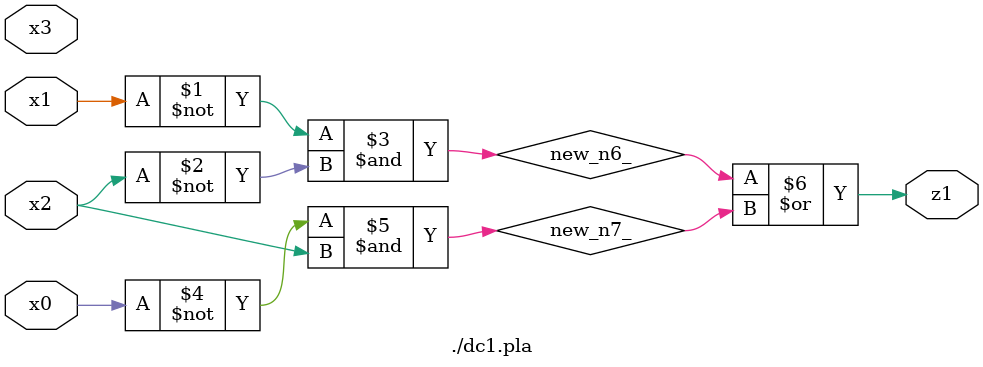
<source format=v>

module \./dc1.pla  ( 
    x0, x1, x2, x3,
    z1  );
  input  x0, x1, x2, x3;
  output z1;
  wire new_n6_, new_n7_;
  assign new_n6_ = ~x1 & ~x2;
  assign new_n7_ = ~x0 & x2;
  assign z1 = new_n6_ | new_n7_;
endmodule



</source>
